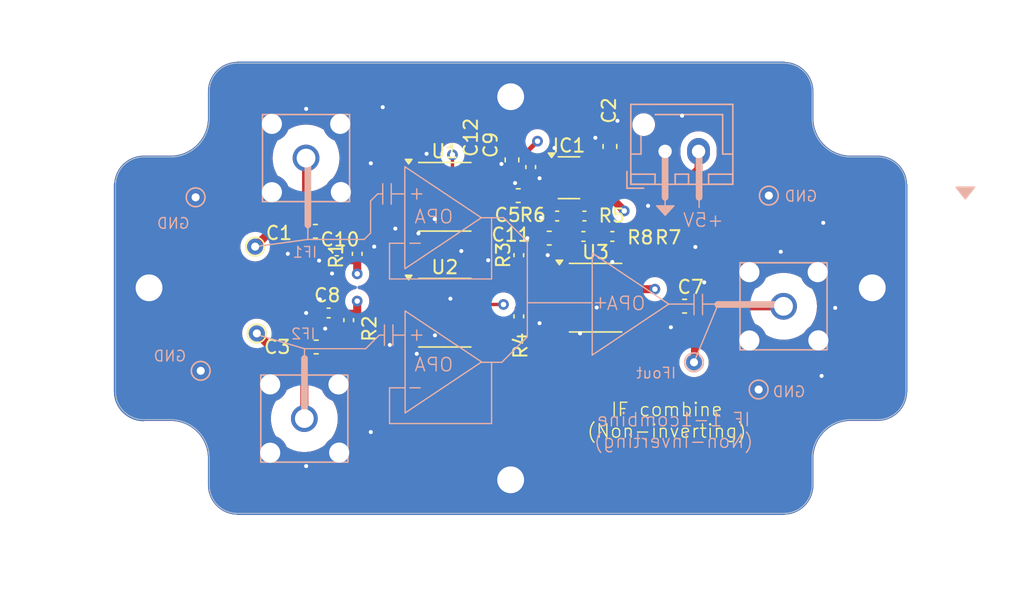
<source format=kicad_pcb>
(kicad_pcb (version 20240108) (generator "pcbnew") (generator_version "8.0")
  (layers (0 "F.Cu" signal) (1 "In1.Cu" signal) (2 "In2.Cu" signal) (31 "B.Cu" signal) (34 "B.Paste" user) (35 "F.Paste" user) (36 "B.SilkS" user "B.Silkscreen") (37 "F.SilkS" user "F.Silkscreen") (38 "B.Mask" user) (39 "F.Mask" user) (44 "Edge.Cuts" user))
  (net 0 "")
  (net 1 "Net-(U1-in+)")
  (net 2 "Net-(J1-Pin_1)")
  (net 3 "GND")
  (net 4 "/Vdd")
  (net 5 "Net-(J2-Pin_1)")
  (net 6 "Net-(U2-in+)")
  (net 7 "Net-(U1-Out)")
  (net 8 "Net-(C11-Pad2)")
  (net 9 "Net-(IC1-1IN+)")
  (net 10 "Net-(U2-Out)")
  (net 11 "Net-(U3-Out)")
  (net 12 "Net-(J4-Pin_1)")
  (net 13 "/Vcm_IF")
  (net 14 "Net-(U3-in-)")
  (net 15 "Net-(U3-in+)")
  (footprint "Package_TO_SOT_SMD:SOT-23-5" (layer "F.Cu") (at 141.541 101.661)
    (property "Reference" "IC1" (at 0 -2.4 0) (layer "F.SilkS"))
    (property "Value" "MIC7300")
    (pad "1" smd roundrect (at -1.1375 -0.95) (size 1.325 0.6) (layers "F.Cu" "F.Paste" "F.Mask") (net 13 "/Vcm_IF"))
    (pad "2" smd roundrect (at -1.1375 0) (size 1.325 0.6) (layers "F.Cu" "F.Paste" "F.Mask") (net 3 "GND"))
    (pad "3" smd roundrect (at -1.1375 0.95) (size 1.325 0.6) (layers "F.Cu" "F.Paste" "F.Mask") (net 9 "Net-(IC1-1IN+)"))
    (pad "4" smd roundrect (at 1.1375 0.95) (size 1.325 0.6) (layers "F.Cu" "F.Paste" "F.Mask") (net 13 "/Vcm_IF"))
    (pad "5" smd roundrect (at 1.1375 -0.95) (size 1.325 0.6) (layers "F.Cu" "F.Paste" "F.Mask") (net 4 "/Vdd"))
  )
  (footprint "Capacitor_SMD:C_0402_1005Metric" (layer "F.Cu") (at 142.692 104.521)
    (property "Reference" "R5" (at 2.0372 -0.0254 0) (layer "F.SilkS"))
    (property "Value" "33k")
    (pad "1" smd roundrect (at -0.48 0) (size 0.56 0.62) (layers "F.Cu" "F.Paste" "F.Mask") (net 9 "Net-(IC1-1IN+)"))
    (pad "2" smd roundrect (at 0.48 0) (size 0.56 0.62) (layers "F.Cu" "F.Paste" "F.Mask") (net 4 "/Vdd"))
  )
  (footprint "Capacitor_SMD:C_0402_1005Metric" (layer "F.Cu") (at 124.206 107.8484 180)
    (property "Reference" "C10" (at -0.2312 1.5748 180) (layer "F.SilkS"))
    (property "Value" "0.1uf")
    (pad "1" smd roundrect (at -0.48 0 180) (size 0.56 0.62) (layers "F.Cu" "F.Paste" "F.Mask") (net 13 "/Vcm_IF"))
    (pad "2" smd roundrect (at 0.48 0 180) (size 0.56 0.62) (layers "F.Cu" "F.Paste" "F.Mask") (net 3 "GND"))
  )
  (footprint "Capacitor_SMD:C_0603_1608Metric" (layer "F.Cu") (at 140.068 106.172)
    (property "Reference" "C11" (at -2.8572 -0.254 0) (layer "F.SilkS"))
    (property "Value" "4.7uf")
    (pad "1" smd roundrect (at -0.775 0) (size 0.9 0.95) (layers "F.Cu" "F.Paste" "F.Mask") (net 3 "GND"))
    (pad "2" smd roundrect (at 0.775 0) (size 0.9 0.95) (layers "F.Cu" "F.Paste" "F.Mask") (net 8 "Net-(C11-Pad2)"))
  )
  (footprint "Capacitor_SMD:C_0402_1005Metric" (layer "F.Cu") (at 137.795 112.014 -90)
    (property "Reference" "R4" (at 2.1844 -0.127 90) (layer "F.SilkS"))
    (property "Value" "1k")
    (pad "1" smd roundrect (at -0.48 0 270) (size 0.56 0.62) (layers "F.Cu" "F.Paste" "F.Mask") (net 15 "Net-(U3-in+)"))
    (pad "2" smd roundrect (at 0.48 0 270) (size 0.56 0.62) (layers "F.Cu" "F.Paste" "F.Mask") (net 10 "Net-(U2-Out)"))
  )
  (footprint "MUSIC_Lab:Outline_4x2_cavity_20231207" (layer "F.Cu") (at 136.674076 110.413484)
    (property "Reference" "outline2" (hide yes))
    (property "Value" "~" (hide yes))
    (fp_poly (pts (arc (start -21.986244 14.202216) (mid -21.371192 15.687144) (end -19.886244 16.302216)) (arc (start 20.914387 16.302216) (mid 22.399324 15.68717) (end 23.014387 14.202216)) (arc (start 23.014387 12.203216) (mid 23.863729 10.152283) (end 25.914387 9.302216)) (arc (start 27.915387 9.302216) (mid 29.39997 8.68711) (end 30.014387 7.202216)) (arc (start 30.014388 -8.197784) (mid 29.399949 -9.682638) (end 27.915388 -10.297784)) (arc (start 25.914388 -10.297784) (mid 23.863708 -11.147812) (end 23.014388 -13.198784)) (arc (start 23.014388 -15.197784) (mid 22.399302 -16.682699) (end 20.914387 -17.297784)) (arc (start -19.886244 -17.297784) (mid -21.371158 -16.682689) (end -21.986244 -15.197784)) (arc (start -21.986244 -13.198784) (mid -22.835563 -11.147802) (end -24.886244 -10.297784)) (arc (start -26.887013 -10.297784) (mid -28.335685 -9.718699) (end -28.986013 -8.300565)) (arc (start -28.986013 7.234397) (mid -28.360419 8.698421) (end -26.887244 9.302216)) (arc (start -24.886244 9.302216) (mid -22.835598 10.152257) (end -21.986244 12.203216))) (stroke (width 0.05)) (fill none) (layer "Edge.Cuts"))
    (pad "1" thru_hole circle (at -26.486013 -0.533084) (size 3 3) (drill 2) (layers "*.Cu" "*.Mask") (net 3 "GND"))
    (pad "1" thru_hole custom (at 0.514071 -14.799784) (size 2 2) (drill 2) (layers "*.Cu" "*.Mask") (net 3 "GND") (options (clearance outline) (anchor circle)) (primitives (gr_poly (pts (arc (start -2.42233 0.628074) (mid -2.955984 -0.183508) (end -3.874976 -0.498)) (xy -5.121028 -2.497999) (xy 5.178972 -2.497999) (arc (start 3.872467 -0.498) (mid 2.953456 -0.183533) (end 2.419822 0.628074)) (arc (start 2.419822 0.628074) (mid -0.001254 2.504864) (end -2.42233 0.628074))) (width 0.1) (fill yes)) (gr_arc (start 2.420292 0.62625) (mid 2.954234 -0.184066) (end 3.872467 -0.498) (width 0.25)) (gr_arc (start 2.420292 0.62625) (mid 0 2.499991) (end -2.420292 0.62625) (width 0.25)) (gr_arc (start -3.872466 -0.498) (mid -2.954197 -0.184112) (end -2.420291 0.62625) (width 0.25)) (gr_rect (start -20.400315 -2.498) (end 20.400291 -0.397974) (width 0.2) (fill yes)) (gr_poly (pts (arc (start 29.500317 6.602) (mid 28.885884 5.11714) (end 27.401317 4.502)) (arc (start 25.400317 4.502) (mid 23.349644 3.651966) (end 22.500317 1.601)) (arc (start 22.500317 -0.398) (mid 21.885238 -1.882922) (end 20.400316 -2.498)) (arc (start 19.000317 -0.498) (mid 20.060975 -0.058658) (end 20.500317 1.002)) (arc (start 20.500317 1.601) (mid 21.935308 5.066058) (end 25.399972 6.502)) (arc (start 26.000317 6.502) (mid 27.060975 6.941342) (end 27.500317 8.002))) (width 0.1) (fill yes)) (gr_poly (pts (arc (start -20.400315 -2.498) (mid -21.885175 -1.883567) (end -22.500315 -0.399)) (arc (start -22.500315 1.602) (mid -23.350349 3.652673) (end -25.401315 4.502)) (arc (start -27.400315 4.502) (mid -28.885237 5.117079) (end -29.500315 6.602001)) (arc (start -27.500315 8.002) (mid -27.060973 6.941342) (end -26.000315 6.502)) (arc (start -25.401315 6.502) (mid -21.936257 5.067009) (end -20.500315 1.602345)) (arc (start -20.500315 1.002) (mid -20.060973 -0.058658) (end -19.000315 -0.498))) (width 0.1) (fill yes)) (gr_arc (start 27.401317 4.502) (mid 28.885877 5.117142) (end 29.5003 6.602) (width 0.2)) (gr_arc (start 26.000317 6.502) (mid 27.060966 6.941346) (end 27.5003 8.002) (width 0.25)) (gr_arc (start 25.400317 4.502) (mid 23.349636 3.651969) (end 22.5003 1.601) (width 0.2)) (gr_arc (start 25.399972 6.502) (mid 21.9353 5.066061) (end 20.5003 1.601) (width 0.25)) (gr_arc (start 20.400316 -2.498) (mid 21.88523 -1.882919) (end 22.5003 -0.398) (width 0.2)) (gr_arc (start 19.000317 -0.498) (mid 20.060966 -0.058654) (end 20.5003 1.002) (width 0.25)) (gr_arc (start -20.500315 1.601) (mid -21.935325 5.066039) (end -25.39997 6.502) (width 0.25)) (gr_arc (start -20.500315 1.002) (mid -20.060991 -0.058676) (end -19.000315 -0.498) (width 0.25)) (gr_arc (start -22.500315 1.601) (mid -23.349661 3.651947) (end -25.400315 4.502) (width 0.2)) (gr_arc (start -22.500315 -0.398) (mid -21.885255 -1.88294) (end -20.400315 -2.498) (width 0.2)) (gr_arc (start -27.500084 8.002) (mid -27.060754 6.94133) (end -26.000084 6.502) (width 0.25)) (gr_arc (start -29.500084 6.499219) (mid -28.849768 5.081082) (end -27.401084 4.502) (width 0.2)) (gr_rect (start 27.401327 6.602) (end 29.500317 22.003011) (width 0.2) (fill yes)) (gr_poly (pts (arc (start 20.400316 31.102) (mid 21.885176 30.487567) (end 22.500316 29.003)) (arc (start 22.500316 27.002) (mid 23.35035 24.951327) (end 25.401316 24.102)) (arc (start 27.400316 24.102) (mid 28.885238 23.486921) (end 29.500316 22.001999)) (arc (start 27.500316 20.602) (mid 27.060974 21.662658) (end 26.000316 22.102)) (arc (start 25.401316 22.102) (mid 21.936258 23.536991) (end 20.500316 27.001655)) (arc (start 20.500316 27.602) (mid 20.060974 28.662658) (end 19.000316 29.102))) (width 0.1) (fill yes)) (gr_poly (pts (arc (start 26.374243 11.845624) (mid 27.185825 11.31197) (end 27.500317 10.392978)) (xy 29.500316 9.146926) (xy 29.500316 19.446926) (arc (start 27.500317 18.140421) (mid 27.18585 17.22141) (end 26.374243 16.687776)) (arc (start 26.374243 16.687776) (mid 24.497453 14.2667) (end 26.374243 11.845624))) (width 0.1) (fill yes)) (gr_arc (start 29.500316 22.002) (mid 28.885878 23.486853) (end 27.401316 24.101996) (width 0.2)) (gr_arc (start 27.500317 20.602) (mid 27.060968 21.66265) (end 26.000317 22.101997) (width 0.25)) (gr_arc (start 27.500317 10.392978) (mid 27.185833 11.311967) (end 26.374233 11.845584) (width 0.25)) (gr_arc (start 26.374243 16.687776) (mid 27.185802 17.221444) (end 27.500305 18.140421) (width 0.25)) (gr_arc (start 26.374243 16.687776) (mid 24.497451 14.2667) (end 26.374243 11.845624) (width 0.25)) (gr_arc (start 22.500316 29.002) (mid 21.885231 30.486914) (end 20.400316 31.101996) (width 0.2)) (gr_arc (start 22.500316 27.003) (mid 23.349637 24.952027) (end 25.400316 24.101996) (width 0.2)) (gr_arc (start 20.500316 27.602) (mid 20.060967 28.66265) (end 19.000316 29.101996) (width 0.25)) (gr_arc (start 20.500316 27.003) (mid 21.935301 23.537935) (end 25.399971 22.101996) (width 0.25)) (gr_rect (start -20.400083 29.002011) (end 20.400327 31.102) (width 0.2) (fill yes)) (gr_poly (pts (arc (start -29.500084 22.002) (mid -28.885651 23.48686) (end -27.401084 24.102)) (arc (start -25.400084 24.102) (mid -23.349411 24.952034) (end -22.500084 27.003)) (arc (start -22.500084 29.002) (mid -21.885005 30.486922) (end -20.400083 31.102)) (arc (start -19.000084 29.102) (mid -20.060742 28.662658) (end -20.500084 27.602)) (arc (start -20.500084 27.003) (mid -21.935075 23.537942) (end -25.399739 22.102)) (arc (start -26.000084 22.102) (mid -27.060742 21.662658) (end -27.500084 20.602))) (width 0.1) (fill yes)) (gr_poly (pts (arc (start 2.421814 27.975926) (mid 2.955468 28.787508) (end 3.87446 29.102)) (xy 5.120512 31.101999) (xy -5.179488 31.101999) (arc (start -3.872983 29.102) (mid -2.953972 28.787533) (end -2.420338 27.975926)) (arc (start -2.420338 27.975926) (mid 0.000738 26.099136) (end 2.421814 27.975926))) (width 0.1) (fill yes)) (gr_arc (start 3.872984 29.102) (mid 2.954435 28.787842) (end 2.420615 27.977) (width 0.25)) (gr_arc (start -2.420614 27.977) (mid 0.000001 26.101991) (end 2.420616 27.977) (width 0.25)) (gr_arc (start -2.420614 27.977) (mid -2.954428 28.787849) (end -3.872983 29.102001) (width 0.25)) (gr_arc (start -19.000315 29.102) (mid -20.06098 28.662665) (end -20.500315 27.602) (width 0.25)) (gr_arc (start -20.400315 31.102) (mid -21.885244 30.486929) (end -22.500315 29.002) (width 0.2)) (gr_arc (start -25.399971 22.102) (mid -21.935314 23.53795) (end -20.500315 27.003) (width 0.25)) (gr_arc (start -25.400315 24.102) (mid -23.34965 24.952042) (end -22.500315 27.003) (width 0.2)) (gr_arc (start -26.000084 22.102) (mid -27.060764 21.66268) (end -27.500084 20.602) (width 0.25)) (gr_arc (start -27.401315 24.102) (mid -28.874472 23.498206) (end -29.500084 22.034181) (width 0.25)) (gr_rect (start -29.500315 6.602001) (end -27.401269 22.002953) (width 0.2) (fill yes)) (gr_poly (pts (arc (start -26.37401 16.688513) (mid -27.185592 17.222167) (end -27.500084 18.141159)) (xy -29.500083 19.387211) (xy -29.500083 9.087211) (arc (start -27.500084 10.393716) (mid -27.185617 11.312727) (end -26.37401 11.846361)) (arc (start -26.37401 11.846361) (mid -24.49722 14.267437) (end -26.37401 16.688513))) (width 0.1) (fill yes)) (gr_arc (start -26.375084 11.846085) (mid -24.500135 14.2667) (end -26.375084 16.687315) (width 0.25)) (gr_arc (start -26.375084 11.846085) (mid -27.185936 11.312273) (end -27.500084 10.393716) (width 0.25)) (gr_arc (start -27.500084 18.139683) (mid -27.18594 17.221123) (end -26.375084 16.687313) (width 0.25)) (gr_line (start 29.500317 6.602) (end 29.500316 22.002) (width 0.25)) (gr_line (start 27.500317 18.140421) (end 27.500317 20.602) (width 0.25)) (gr_line (start 27.500317 8.002) (end 27.500317 10.392978) (width 0.25)) (gr_line (start 25.400317 4.502) (end 27.401317 4.502) (width 0.2)) (gr_line (start 25.400316 24.102) (end 27.401316 24.102) (width 0.2)) (gr_line (start 25.399972 6.502) (end 26.000317 6.502) (width 0.25)) (gr_line (start 25.399971 22.102) (end 26.000317 22.102) (width 0.25)) (gr_line (start 22.500317 -0.398) (end 22.500317 1.601) (width 0.2)) (gr_line (start 22.500316 29.002) (end 22.500316 27.003) (width 0.2)) (gr_line (start 20.500317 1.002) (end 20.500317 1.601) (width 0.25)) (gr_line (start 20.500316 27.602) (end 20.500316 27.003) (width 0.25)) (gr_line (start 20.400316 31.102) (end -20.400315 31.102) (width 0.25)) (gr_line (start 19.000316 29.102) (end 3.872984 29.102) (width 0.25)) (gr_line (start 3.872467 -0.498) (end 19.000317 -0.498) (width 0.25)) (gr_line (start -3.872983 29.102) (end -19.000315 29.102) (width 0.25)) (gr_line (start -19.000315 -0.498) (end -3.872466 -0.498) (width 0.25)) (gr_line (start -20.400315 -2.498) (end 20.400316 -2.498) (width 0.25)) (gr_line (start -20.400315 -2.498) (end 20.400316 -2.498) (width 0.2)) (gr_line (start -20.500315 27.602) (end -20.500315 27.003) (width 0.25)) (gr_line (start -20.500315 1.002) (end -20.500315 1.601) (width 0.25)) (gr_line (start -22.500315 29.002) (end -22.500315 27.003) (width 0.2)) (gr_line (start -22.500315 -0.398) (end -22.500315 1.601) (width 0.2)) (gr_line (start -25.39997 6.502) (end -26.000084 6.502) (width 0.25)) (gr_line (start -25.399971 22.102) (end -26.000084 22.102) (width 0.25)) (gr_line (start -25.400315 24.102) (end -27.401315 24.102) (width 0.2)) (gr_line (start -25.400315 4.502) (end -27.401084 4.502) (width 0.2)) (gr_line (start -27.500084 20.602) (end -27.500084 18.139683) (width 0.25)) (gr_line (start -27.500084 10.393716) (end -27.500084 8.002) (width 0.25)) (gr_line (start -29.500084 22.034181) (end -29.500084 6.499219) (width 0.25))))
    (pad "1" thru_hole circle (at 0.514071 13.802204) (size 3 3) (drill 2) (layers "*.Cu" "*.Mask") (net 3 "GND"))
    (pad "1" thru_hole circle (at 27.511524 -0.533084) (size 3 3) (drill 2) (layers "*.Cu" "*.Mask") (net 3 "GND"))
  )
  (footprint "Capacitor_SMD:C_0603_1608Metric" (layer "F.Cu") (at 150.172 111.252)
    (property "Reference" "C7" (at 0.45 -1.43 0) (layer "F.SilkS"))
    (property "Value" "4.7uf")
    (pad "1" smd roundrect (at -0.775 0) (size 0.9 0.95) (layers "F.Cu" "F.Paste" "F.Mask") (net 11 "Net-(U3-Out)"))
    (pad "2" smd roundrect (at 0.775 0) (size 0.9 0.95) (layers "F.Cu" "F.Paste" "F.Mask") (net 12 "Net-(J4-Pin_1)"))
  )
  (footprint "Capacitor_SMD:C_0603_1608Metric" (layer "F.Cu") (at 137.752 102.997 180)
    (property "Reference" "C5" (at 0.7952 -1.4478 180) (layer "F.SilkS"))
    (property "Value" "1uf")
    (pad "1" smd roundrect (at -0.775 0 180) (size 0.9 0.95) (layers "F.Cu" "F.Paste" "F.Mask") (net 9 "Net-(IC1-1IN+)"))
    (pad "2" smd roundrect (at 0.775 0 180) (size 0.9 0.95) (layers "F.Cu" "F.Paste" "F.Mask") (net 3 "GND"))
  )
  (footprint "Capacitor_SMD:C_0402_1005Metric" (layer "F.Cu") (at 138.684 100.866 -90)
    (property "Reference" "C9" (at -1.6536 2.9972 90) (layer "F.SilkS"))
    (property "Value" "0.1uf")
    (pad "1" smd roundrect (at -0.48 0 270) (size 0.56 0.62) (layers "F.Cu" "F.Paste" "F.Mask") (net 13 "/Vcm_IF"))
    (pad "2" smd roundrect (at 0.48 0 270) (size 0.56 0.62) (layers "F.Cu" "F.Paste" "F.Mask") (net 3 "GND"))
  )
  (footprint "Capacitor_SMD:C_0603_1608Metric" (layer "F.Cu") (at 137.287 100.33 -90)
    (property "Reference" "C12" (at -1.6764 3.0734 90) (layer "F.SilkS"))
    (property "Value" "1uf")
    (pad "1" smd roundrect (at -0.775 0 270) (size 0.9 0.95) (layers "F.Cu" "F.Paste" "F.Mask") (net 13 "/Vcm_IF"))
    (pad "2" smd roundrect (at 0.775 0 270) (size 0.9 0.95) (layers "F.Cu" "F.Paste" "F.Mask") (net 3 "GND"))
  )
  (footprint "Capacitor_SMD:C_0603_1608Metric" (layer "F.Cu") (at 144.597 99.327 90)
    (property "Reference" "C2" (at 2.68 -0.071 -90) (layer "F.SilkS"))
    (property "Value" "4.7uf")
    (pad "1" smd roundrect (at -0.775 0 90) (size 0.9 0.95) (layers "F.Cu" "F.Paste" "F.Mask") (net 4 "/Vdd"))
    (pad "2" smd roundrect (at 0.775 0 90) (size 0.9 0.95) (layers "F.Cu" "F.Paste" "F.Mask") (net 3 "GND"))
  )
  (footprint "Package_SO:SOIC-8_3.9x4.9mm_P1.27mm" (layer "F.Cu") (at 132.269 103.085)
    (property "Reference" "U1" (at 0 -3.4 0) (layer "F.SilkS"))
    (property "Value" "~")
    (pad "1" smd roundrect (at -2.475 -1.905) (size 1.95 0.6) (layers "F.Cu" "F.Paste" "F.Mask"))
    (pad "2" smd roundrect (at -2.475 -0.635) (size 1.95 0.6) (layers "F.Cu" "F.Paste" "F.Mask") (net 7 "Net-(U1-Out)"))
    (pad "3" smd roundrect (at -2.475 0.635) (size 1.95 0.6) (layers "F.Cu" "F.Paste" "F.Mask") (net 1 "Net-(U1-in+)"))
    (pad "4" smd roundrect (at -2.475 1.905) (size 1.95 0.6) (layers "F.Cu" "F.Paste" "F.Mask") (net 3 "GND"))
    (pad "5" smd roundrect (at 2.475 1.905) (size 1.95 0.6) (layers "F.Cu" "F.Paste" "F.Mask"))
    (pad "6" smd roundrect (at 2.475 0.635) (size 1.95 0.6) (layers "F.Cu" "F.Paste" "F.Mask") (net 7 "Net-(U1-Out)"))
    (pad "7" smd roundrect (at 2.475 -0.635) (size 1.95 0.6) (layers "F.Cu" "F.Paste" "F.Mask") (net 4 "/Vdd"))
    (pad "8" smd roundrect (at 2.475 -1.905) (size 1.95 0.6) (layers "F.Cu" "F.Paste" "F.Mask"))
  )
  (footprint "Package_SO:SOIC-8_3.9x4.9mm_P1.27mm" (layer "F.Cu") (at 143.525 110.617)
    (property "Reference" "U3" (at 0 -3.4 0) (layer "F.SilkS"))
    (property "Value" "~")
    (pad "1" smd roundrect (at -2.475 -1.905) (size 1.95 0.6) (layers "F.Cu" "F.Paste" "F.Mask"))
    (pad "2" smd roundrect (at -2.475 -0.635) (size 1.95 0.6) (layers "F.Cu" "F.Paste" "F.Mask") (net 14 "Net-(U3-in-)"))
    (pad "3" smd roundrect (at -2.475 0.635) (size 1.95 0.6) (layers "F.Cu" "F.Paste" "F.Mask") (net 15 "Net-(U3-in+)"))
    (pad "4" smd roundrect (at -2.475 1.905) (size 1.95 0.6) (layers "F.Cu" "F.Paste" "F.Mask") (net 3 "GND"))
    (pad "5" smd roundrect (at 2.475 1.905) (size 1.95 0.6) (layers "F.Cu" "F.Paste" "F.Mask"))
    (pad "6" smd roundrect (at 2.475 0.635) (size 1.95 0.6) (layers "F.Cu" "F.Paste" "F.Mask") (net 11 "Net-(U3-Out)"))
    (pad "7" smd roundrect (at 2.475 -0.635) (size 1.95 0.6) (layers "F.Cu" "F.Paste" "F.Mask") (net 4 "/Vdd"))
    (pad "8" smd roundrect (at 2.475 -1.905) (size 1.95 0.6) (layers "F.Cu" "F.Paste" "F.Mask"))
  )
  (footprint "Package_SO:SOIC-8_3.9x4.9mm_P1.27mm" (layer "F.Cu") (at 132.269 111.74)
    (property "Reference" "U2" (at 0 -3.4 0) (layer "F.SilkS"))
    (property "Value" "~")
    (pad "1" smd roundrect (at -2.475 -1.905) (size 1.95 0.6) (layers "F.Cu" "F.Paste" "F.Mask"))
    (pad "2" smd roundrect (at -2.475 -0.635) (size 1.95 0.6) (layers "F.Cu" "F.Paste" "F.Mask") (net 10 "Net-(U2-Out)"))
    (pad "3" smd roundrect (at -2.475 0.635) (size 1.95 0.6) (layers "F.Cu" "F.Paste" "F.Mask") (net 6 "Net-(U2-in+)"))
    (pad "4" smd roundrect (at -2.475 1.905) (size 1.95 0.6) (layers "F.Cu" "F.Paste" "F.Mask") (net 3 "GND"))
    (pad "5" smd roundrect (at 2.475 1.905) (size 1.95 0.6) (layers "F.Cu" "F.Paste" "F.Mask"))
    (pad "6" smd roundrect (at 2.475 0.635) (size 1.95 0.6) (layers "F.Cu" "F.Paste" "F.Mask") (net 10 "Net-(U2-Out)"))
    (pad "7" smd roundrect (at 2.475 -0.635) (size 1.95 0.6) (layers "F.Cu" "F.Paste" "F.Mask") (net 4 "/Vdd"))
    (pad "8" smd roundrect (at 2.475 -1.905) (size 1.95 0.6) (layers "F.Cu" "F.Paste" "F.Mask"))
  )
  (footprint "MUSIC_Lab:TestPoint_Plated_Hole_D0.6mm" (layer "F.Cu") (at 118.237 113.284)
    (property "Reference" "TP2" (hide yes))
    (property "Value" "TestPoint")
    (pad "1" thru_hole circle (at 0 0) (size 1.2 1.2) (drill 0.6) (layers "*.Cu" "*.Mask") (net 5 "Net-(J2-Pin_1)"))
  )
  (footprint "Capacitor_SMD:C_0603_1608Metric" (layer "F.Cu") (at 122.61 105.664)
    (property "Reference" "C1" (at -2.722 0.127 0) (layer "F.SilkS"))
    (property "Value" "4.7uf")
    (pad "1" smd roundrect (at -0.775 0) (size 0.9 0.95) (layers "F.Cu" "F.Paste" "F.Mask") (net 2 "Net-(J1-Pin_1)"))
    (pad "2" smd roundrect (at 0.775 0) (size 0.9 0.95) (layers "F.Cu" "F.Paste" "F.Mask") (net 1 "Net-(U1-in+)"))
  )
  (footprint "Capacitor_SMD:C_0402_1005Metric" (layer "F.Cu") (at 142.621 106.045 180)
    (property "Reference" "R8" (at -4.2418 -0.0762 180) (layer "F.SilkS"))
    (property "Value" "1k")
    (pad "1" smd roundrect (at -0.48 0 180) (size 0.56 0.62) (layers "F.Cu" "F.Paste" "F.Mask") (net 14 "Net-(U3-in-)"))
    (pad "2" smd roundrect (at 0.48 0 180) (size 0.56 0.62) (layers "F.Cu" "F.Paste" "F.Mask") (net 8 "Net-(C11-Pad2)"))
  )
  (footprint "Capacitor_SMD:C_0402_1005Metric" (layer "F.Cu") (at 125.73 107.3404 90)
    (property "Reference" "R1" (at -0.1296 -1.5744 -90) (layer "F.SilkS"))
    (property "Value" "1k")
    (pad "1" smd roundrect (at -0.48 0 90) (size 0.56 0.62) (layers "F.Cu" "F.Paste" "F.Mask") (net 13 "/Vcm_IF"))
    (pad "2" smd roundrect (at 0.48 0 90) (size 0.56 0.62) (layers "F.Cu" "F.Paste" "F.Mask") (net 1 "Net-(U1-in+)"))
  )
  (footprint "Capacitor_SMD:C_0402_1005Metric" (layer "F.Cu") (at 144.78 106.045 180)
    (property "Reference" "R7" (at -4.1656 -0.0762 180) (layer "F.SilkS"))
    (property "Value" "1k")
    (pad "1" smd roundrect (at -0.48 0 180) (size 0.56 0.62) (layers "F.Cu" "F.Paste" "F.Mask") (net 11 "Net-(U3-Out)"))
    (pad "2" smd roundrect (at 0.48 0 180) (size 0.56 0.62) (layers "F.Cu" "F.Paste" "F.Mask") (net 14 "Net-(U3-in-)"))
  )
  (footprint "Capacitor_SMD:C_0402_1005Metric" (layer "F.Cu") (at 137.795 107.442 90)
    (property "Reference" "R3" (at 0 -1.16 -90) (layer "F.SilkS"))
    (property "Value" "1k")
    (pad "1" smd roundrect (at -0.48 0 90) (size 0.56 0.62) (layers "F.Cu" "F.Paste" "F.Mask") (net 15 "Net-(U3-in+)"))
    (pad "2" smd roundrect (at 0.48 0 90) (size 0.56 0.62) (layers "F.Cu" "F.Paste" "F.Mask") (net 7 "Net-(U1-Out)"))
  )
  (footprint "Capacitor_SMD:C_0603_1608Metric" (layer "F.Cu") (at 122.669 114.3)
    (property "Reference" "C3" (at -2.908 0 0) (layer "F.SilkS"))
    (property "Value" "4.7uf")
    (pad "1" smd roundrect (at -0.775 0) (size 0.9 0.95) (layers "F.Cu" "F.Paste" "F.Mask") (net 5 "Net-(J2-Pin_1)"))
    (pad "2" smd roundrect (at 0.775 0) (size 0.9 0.95) (layers "F.Cu" "F.Paste" "F.Mask") (net 6 "Net-(U2-in+)"))
  )
  (footprint "Capacitor_SMD:C_0402_1005Metric" (layer "F.Cu") (at 140.66 104.521)
    (property "Reference" "R6" (at -1.8236 -0.0762 0) (layer "F.SilkS"))
    (property "Value" "33k")
    (pad "1" smd roundrect (at -0.48 0) (size 0.56 0.62) (layers "F.Cu" "F.Paste" "F.Mask") (net 3 "GND"))
    (pad "2" smd roundrect (at 0.48 0) (size 0.56 0.62) (layers "F.Cu" "F.Paste" "F.Mask") (net 9 "Net-(IC1-1IN+)"))
  )
  (footprint "Capacitor_SMD:C_0402_1005Metric" (layer "F.Cu") (at 125.095 112.296 -90)
    (property "Reference" "R2" (at 0.6324 -1.5494 90) (layer "F.SilkS"))
    (property "Value" "1k")
    (pad "1" smd roundrect (at -0.48 0 270) (size 0.56 0.62) (layers "F.Cu" "F.Paste" "F.Mask") (net 13 "/Vcm_IF"))
    (pad "2" smd roundrect (at 0.48 0 270) (size 0.56 0.62) (layers "F.Cu" "F.Paste" "F.Mask") (net 6 "Net-(U2-in+)"))
  )
  (footprint "MUSIC_Lab:TestPoint_Plated_Hole_D0.6mm" (layer "F.Cu") (at 118.11 106.807)
    (property "Reference" "TP1" (hide yes))
    (property "Value" "TestPoint")
    (pad "1" thru_hole circle (at 0 0) (size 1.2 1.2) (drill 0.6) (layers "*.Cu" "*.Mask") (net 2 "Net-(J1-Pin_1)"))
  )
  (footprint "Capacitor_SMD:C_0402_1005Metric" (layer "F.Cu") (at 123.599 111.76 180)
    (property "Reference" "C8" (at 0.1042 1.3208 180) (layer "F.SilkS"))
    (property "Value" "0.1uf")
    (pad "1" smd roundrect (at -0.48 0 180) (size 0.56 0.62) (layers "F.Cu" "F.Paste" "F.Mask") (net 13 "/Vcm_IF"))
    (pad "2" smd roundrect (at 0.48 0 180) (size 0.56 0.62) (layers "F.Cu" "F.Paste" "F.Mask") (net 3 "GND"))
  )
  (footprint "MUSIC_Lab:TestPoint_Plated_Hole_D0.6mm" (layer "B.Cu") (at 156.464 102.997 180)
    (property "Reference" "TP7" (hide yes))
    (property "Value" "TestPoint")
    (pad "1" thru_hole circle (at 0 0 180) (size 1.2 1.2) (drill 0.6) (layers "*.Cu" "*.Mask") (net 3 "GND"))
  )
  (footprint "MUSIC_Lab:SMA_KHD_Back" (layer "B.Cu") (at 121.783 119.644 180)
    (property "Reference" "J2" (hide yes))
    (property "Value" "Conn_01x02_Pin")
    (pad "1" thru_hole circle (at 0 0 180) (size 2 2) (drill 1.4) (layers "*.Cu" "*.Mask") (net 5 "Net-(J2-Pin_1)"))
    (pad "2" thru_hole circle (at -2.6 -2.54 180) (size 2.4 2.4) (drill 1.5) (layers "*.Cu" "*.Mask") (net 3 "GND"))
    (pad "2" thru_hole circle (at -2.55 2.55 180) (size 2.6 2.6) (drill 1.5) (layers "*.Cu" "*.Mask") (net 3 "GND"))
    (pad "2" thru_hole circle (at 2.55 -2.55 180) (size 2.6 2.6) (drill 1.5) (layers "*.Cu" "*.Mask") (net 3 "GND"))
    (pad "2" thru_hole circle (at 2.55 2.55 180) (size 2.6 2.6) (drill 1.5) (layers "*.Cu" "*.Mask") (net 3 "GND"))
    (zone (net 0) (net_name "") (layers "*.Cu") (connect_pads (clearance 0)) (min_thickness 0.25)
      (keepout (tracks allowed) (vias allowed) (pads allowed) (copperpour not_allowed) (footprints allowed))
      (fill (thermal_gap 0.5) (thermal_bridge_width 0.5))
      (polygon (pts (xy 119.283 119.644) (xy 119.302713 119.330667) (xy 119.361542 119.022275) (xy 119.458559 118.723689) (xy 119.592233 118.439616) (xy 119.760458 118.174537) (xy 119.960578 117.932632) (xy 120.18944 117.717717) (xy 120.443433 117.53318) (xy 120.718552 117.381932) (xy 121.010458 117.266359) (xy 121.314547 117.188282) (xy 121.626024 117.148933) (xy 121.939976 117.148933) (xy 122.251453 117.188282) (xy 122.555542 117.266359) (xy 122.847448 117.381932) (xy 123.122567 117.53318) (xy 123.37656 117.717717) (xy 123.605422 117.932632) (xy 123.805542 118.174537) (xy 123.973767 118.439616) (xy 124.107441 118.723689) (xy 124.204458 119.022275) (xy 124.263287 119.330667) (xy 124.283 119.644) (xy 124.263287 119.957333) (xy 124.204458 120.265725) (xy 124.107441 120.564311) (xy 123.973767 120.848384) (xy 123.805542 121.113463) (xy 123.605422 121.355368) (xy 123.37656 121.570283) (xy 123.122567 121.75482) (xy 122.847448 121.906068) (xy 122.555542 122.021641) (xy 122.251453 122.099718) (xy 121.939976 122.139067) (xy 121.626024 122.139067) (xy 121.314547 122.099718) (xy 121.010458 122.021641) (xy 120.718552 121.906068) (xy 120.443433 121.75482) (xy 120.18944 121.570283) (xy 119.960578 121.355368) (xy 119.760458 121.113463) (xy 119.592233 120.848384) (xy 119.458559 120.564311) (xy 119.361542 120.265725) (xy 119.302713 119.957333)))
    )
  )
  (footprint "MUSIC_Lab:TestPoint_Plated_Hole_D0.6mm" (layer "B.Cu") (at 155.702 117.475 180)
    (property "Reference" "TP4" (hide yes))
    (property "Value" "TestPoint")
    (pad "1" thru_hole circle (at 0 0 180) (size 1.2 1.2) (drill 0.6) (layers "*.Cu" "*.Mask") (net 3 "GND"))
  )
  (footprint "MUSIC_Lab:SMA_KHD_Back" (layer "B.Cu") (at 121.91 100.193 180)
    (property "Reference" "J1" (hide yes))
    (property "Value" "Conn_01x02_Pin")
    (pad "1" thru_hole circle (at 0 0 180) (size 2 2) (drill 1.4) (layers "*.Cu" "*.Mask") (net 2 "Net-(J1-Pin_1)"))
    (pad "2" thru_hole circle (at -2.6 -2.54 180) (size 2.4 2.4) (drill 1.5) (layers "*.Cu" "*.Mask") (net 3 "GND"))
    (pad "2" thru_hole circle (at -2.55 2.55 180) (size 2.6 2.6) (drill 1.5) (layers "*.Cu" "*.Mask") (net 3 "GND"))
    (pad "2" thru_hole circle (at 2.55 -2.55 180) (size 2.6 2.6) (drill 1.5) (layers "*.Cu" "*.Mask") (net 3 "GND"))
    (pad "2" thru_hole circle (at 2.55 2.55 180) (size 2.6 2.6) (drill 1.5) (layers "*.Cu" "*.Mask") (net 3 "GND"))
    (zone (net 0) (net_name "") (layers "*.Cu") (connect_pads (clearance 0)) (min_thickness 0.25)
      (keepout (tracks allowed) (vias allowed) (pads allowed) (copperpour not_allowed) (footprints allowed))
      (fill (thermal_gap 0.5) (thermal_bridge_width 0.5))
      (polygon (pts (xy 119.41 100.193) (xy 119.429713 99.879667) (xy 119.488542 99.571275) (xy 119.585559 99.272689) (xy 119.719233 98.988616) (xy 119.887458 98.723537) (xy 120.087578 98.481632) (xy 120.31644 98.266717) (xy 120.570433 98.08218) (xy 120.845552 97.930932) (xy 121.137458 97.815359) (xy 121.441547 97.737282) (xy 121.753024 97.697933) (xy 122.066976 97.697933) (xy 122.378453 97.737282) (xy 122.682542 97.815359) (xy 122.974448 97.930932) (xy 123.249567 98.08218) (xy 123.50356 98.266717) (xy 123.732422 98.481632) (xy 123.932542 98.723537) (xy 124.100767 98.988616) (xy 124.234441 99.272689) (xy 124.331458 99.571275) (xy 124.390287 99.879667) (xy 124.41 100.193) (xy 124.390287 100.506333) (xy 124.331458 100.814725) (xy 124.234441 101.113311) (xy 124.100767 101.397384) (xy 123.932542 101.662463) (xy 123.732422 101.904368) (xy 123.50356 102.119283) (xy 123.249567 102.30382) (xy 122.974448 102.455068) (xy 122.682542 102.570641) (xy 122.378453 102.648718) (xy 122.066976 102.688067) (xy 121.753024 102.688067) (xy 121.441547 102.648718) (xy 121.137458 102.570641) (xy 120.845552 102.455068) (xy 120.570433 102.30382) (xy 120.31644 102.119283) (xy 120.087578 101.904368) (xy 119.887458 101.662463) (xy 119.719233 101.397384) (xy 119.585559 101.113311) (xy 119.488542 100.814725) (xy 119.429713 100.506333)))
    )
  )
  (footprint "MUSIC_Lab:TestPoint_Plated_Hole_D0.6mm" (layer "B.Cu") (at 150.876 115.443 180)
    (property "Reference" "TP3" (hide yes))
    (property "Value" "TestPoint")
    (pad "1" thru_hole circle (at 0 0 180) (size 1.2 1.2) (drill 0.6) (layers "*.Cu" "*.Mask") (net 12 "Net-(J4-Pin_1)"))
  )
  (footprint "Connector_JST:JST_XH_B2B-XH-AM_1x02_P2.50mm_Vertical" (layer "B.Cu") (at 148.717 99.695)
    (property "Reference" "J3" (hide yes))
    (property "Value" "Conn_01x02_Pin")
    (pad "" np_thru_hole circle (at -1.6 -2) (size 1.2 1.2) (drill 1.2) (layers "*.Cu" "*.Mask"))
    (pad "1" thru_hole roundrect (at 0 0) (size 1.7 2) (drill 1) (layers "*.Cu" "*.Mask") (roundrect_rratio 0.147059) (net 3 "GND"))
    (pad "2" thru_hole oval (at 2.5 0) (size 1.7 2) (drill 1) (layers "*.Cu" "*.Mask") (net 4 "/Vdd"))
  )
  (footprint "MUSIC_Lab:TestPoint_Plated_Hole_D0.6mm" (layer "B.Cu") (at 114.046 116.078 180)
    (property "Reference" "TP6" (hide yes))
    (property "Value" "TestPoint")
    (pad "1" thru_hole circle (at 0 0 180) (size 1.2 1.2) (drill 0.6) (layers "*.Cu" "*.Mask") (net 3 "GND"))
  )
  (footprint "MUSIC_Lab:SMA_KHD_Back" (layer "B.Cu") (at 157.561 111.262 180)
    (property "Reference" "J4" (hide yes))
    (property "Value" "Conn_01x02_Pin")
    (pad "1" thru_hole circle (at 0 0 180) (size 2 2) (drill 1.4) (layers "*.Cu" "*.Mask") (net 12 "Net-(J4-Pin_1)"))
    (pad "2" thru_hole circle (at -2.6 -2.54 180) (size 2.4 2.4) (drill 1.5) (layers "*.Cu" "*.Mask") (net 3 "GND"))
    (pad "2" thru_hole circle (at -2.55 2.55 180) (size 2.6 2.6) (drill 1.5) (layers "*.Cu" "*.Mask") (net 3 "GND"))
    (pad "2" thru_hole circle (at 2.55 -2.55 180) (size 2.6 2.6) (drill 1.5) (layers "*.Cu" "*.Mask") (net 3 "GND"))
    (pad "2" thru_hole circle (at 2.55 2.55 180) (size 2.6 2.6) (drill 1.5) (layers "*.Cu" "*.Mask") (net 3 "GND"))
    (zone (net 0) (net_name "") (layers "*.Cu") (connect_pads (clearance 0)) (min_thickness 0.25)
      (keepout (tracks allowed) (vias allowed) (pads allowed) (copperpour not_allowed) (footprints allowed))
      (fill (thermal_gap 0.5) (thermal_bridge_width 0.5))
      (polygon (pts (xy 155.061 111.262) (xy 155.080713 110.948667) (xy 155.139542 110.640275) (xy 155.236559 110.341689) (xy 155.370233 110.057616) (xy 155.538458 109.792537) (xy 155.738578 109.550632) (xy 155.96744 109.335717) (xy 156.221433 109.15118) (xy 156.496552 108.999932) (xy 156.788458 108.884359) (xy 157.092547 108.806282) (xy 157.404024 108.766933) (xy 157.717976 108.766933) (xy 158.029453 108.806282) (xy 158.333542 108.884359) (xy 158.625448 108.999932) (xy 158.900567 109.15118) (xy 159.15456 109.335717) (xy 159.383422 109.550632) (xy 159.583542 109.792537) (xy 159.751767 110.057616) (xy 159.885441 110.341689) (xy 159.982458 110.640275) (xy 160.041287 110.948667) (xy 160.061 111.262) (xy 160.041287 111.575333) (xy 159.982458 111.883725) (xy 159.885441 112.182311) (xy 159.751767 112.466384) (xy 159.583542 112.731463) (xy 159.383422 112.973368) (xy 159.15456 113.188283) (xy 158.900567 113.37282) (xy 158.625448 113.524068) (xy 158.333542 113.639641) (xy 158.029453 113.717718) (xy 157.717976 113.757067) (xy 157.404024 113.757067) (xy 157.092547 113.717718) (xy 156.788458 113.639641) (xy 156.496552 113.524068) (xy 156.221433 113.37282) (xy 155.96744 113.188283) (xy 155.738578 112.973368) (xy 155.538458 112.731463) (xy 155.370233 112.466384) (xy 155.236559 112.182311) (xy 155.139542 111.883725) (xy 155.080713 111.575333)))
    )
  )
  (footprint "MUSIC_Lab:TestPoint_Plated_Hole_D0.6mm" (layer "B.Cu") (at 113.665 103.124 180)
    (property "Reference" "TP5" (hide yes))
    (property "Value" "TestPoint")
    (pad "1" thru_hole circle (at 0 0 180) (size 1.2 1.2) (drill 0.6) (layers "*.Cu" "*.Mask") (net 3 "GND"))
  )
  (gr_line (start 122.047 106.26725) (end 122.047 104.10825) (stroke (width 0.1)) (layer "B.SilkS"))
  (gr_line (start 130.175 113.03) (end 130.175 113.792) (stroke (width 0.1)) (layer "B.SilkS"))
  (gr_line (start 148.717 102.362) (end 148.717 103.886) (stroke (width 0.1)) (layer "B.SilkS"))
  (gr_line (start 127.254 102.87) (end 126.742705 103.381295) (stroke (width 0.1)) (layer "B.SilkS"))
  (gr_line (start 150.876 110.363) (end 150.876 111.887) (stroke (width 0.1)) (layer "B.SilkS"))
  (gr_poly (pts (xy 143.275538 114.905692) (xy 143.275538 107.285692) (xy 148.990538 111.095692)) (stroke (width 0.1)) (fill none) (layer "B.SilkS"))
  (gr_line (start 121.793 114.427) (end 118.364 113.411) (stroke (width 0.1)) (layer "B.SilkS"))
  (gr_line (start 126.727938 105.791) (end 126.727938 103.378) (stroke (width 0.1)) (layer "B.SilkS"))
  (gr_line (start 128.397 113.411) (end 129.286 113.411) (stroke (width 0.1)) (layer "B.SilkS"))
  (gr_line (start 127.762 112.649) (end 127.762 114.173) (stroke (width 0.1)) (layer "B.SilkS"))
  (gr_line (start 128.143 106.553) (end 128.143 109.22) (stroke (width 0.1)) (layer "B.SilkS"))
  (gr_line (start 128.143 109.22) (end 135.763 109.22) (stroke (width 0.1)) (layer "B.SilkS"))
  (gr_line (start 152.5905 111.3155) (end 150.876 115.443) (stroke (width 0.1)) (layer "B.SilkS"))
  (gr_line (start 130.175 102.489) (end 130.175 103.251) (stroke (width 0.1)) (layer "B.SilkS"))
  (gr_line (start 135.763 120.015) (end 135.763 115.443) (stroke (width 0.1)) (layer "B.SilkS"))
  (gr_line (start 122.047 100.33) (end 122.047 105.18775) (stroke (width 0.5)) (layer "B.SilkS"))
  (gr_poly (pts (xy 129.286 108.458) (xy 129.286 100.838) (xy 135.001 104.648)) (stroke (width 0.1)) (fill none) (layer "B.SilkS"))
  (gr_line (start 144.272 110.998) (end 143.51 110.998) (stroke (width 0.1)) (layer "B.SilkS"))
  (gr_line (start 157.51175 111.125) (end 152.654 111.125) (stroke (width 0.5)) (layer "B.SilkS"))
  (gr_line (start 148.717 99.695) (end 148.717 103.124) (stroke (width 0.5)) (layer "B.SilkS"))
  (gr_line (start 130.429 106.553) (end 129.667 106.553) (stroke (width 0.1)) (layer "B.SilkS"))
  (gr_poly (pts (xy 171.831 102.362) (xy 170.434 102.362) (xy 171.1325 103.251)) (stroke (width 0.1)) (fill solid) (layer "B.SilkS"))
  (gr_line (start 122.047 106.26725) (end 118.11 106.807) (stroke (width 0.1)) (layer "B.SilkS"))
  (gr_line (start 128.143 117.348) (end 128.143 120.015) (stroke (width 0.1)) (layer "B.SilkS"))
  (gr_line (start 126.365 114.427) (end 121.793 114.427) (stroke (width 0.1)) (layer "B.SilkS"))
  (gr_line (start 127.635 102.87) (end 127.254 102.87) (stroke (width 0.1)) (layer "B.SilkS"))
  (gr_line (start 129.286 117.348) (end 128.143 117.348) (stroke (width 0.1)) (layer "B.SilkS"))
  (gr_line (start 126.234668 106.28427) (end 126.727938 105.791) (stroke (width 0.1)) (layer "B.SilkS"))
  (gr_line (start 151.257 102.362) (end 151.257 103.886) (stroke (width 0.1)) (layer "B.SilkS"))
  (gr_poly (pts (xy 149.379215 103.759) (xy 148.082 103.759) (xy 148.726618 104.467118)) (stroke (width 0.1)) (fill solid) (layer "B.SilkS"))
  (gr_line (start 128.27 102.87) (end 129.286 102.87) (stroke (width 0.1)) (layer "B.SilkS"))
  (gr_line (start 128.27 102.108) (end 128.27 103.632) (stroke (width 0.1)) (layer "B.SilkS"))
  (gr_line (start 122.047 106.26725) (end 126.238 106.26725) (stroke (width 0.1)) (layer "B.SilkS"))
  (gr_line (start 130.429 117.348) (end 129.667 117.348) (stroke (width 0.1)) (layer "B.SilkS"))
  (gr_line (start 127.381 113.411) (end 126.365 114.427) (stroke (width 0.1)) (layer "B.SilkS"))
  (gr_line (start 121.793 115.15725) (end 121.793 120.015) (stroke (width 0.5)) (layer "B.SilkS"))
  (gr_line (start 121.793 114.427) (end 121.793 119.634) (stroke (width 0.1)) (layer "B.SilkS"))
  (gr_line (start 129.286 106.553) (end 128.143 106.553) (stroke (width 0.1)) (layer "B.SilkS"))
  (gr_line (start 136.525 115.443) (end 135.020538 115.443) (stroke (width 0.1)) (layer "B.SilkS"))
  (gr_line (start 136.525 115.443) (end 138.43 113.538) (stroke (width 0.1)) (layer "B.SilkS"))
  (gr_line (start 143.256 110.998) (end 138.43 110.998) (stroke (width 0.1)) (layer "B.SilkS"))
  (gr_line (start 135.001 104.648) (end 136.652 104.648) (stroke (width 0.1)) (layer "B.SilkS"))
  (gr_line (start 151.257 99.695) (end 151.257 103.124) (stroke (width 0.5)) (layer "B.SilkS"))
  (gr_line (start 128.397 112.649) (end 128.397 114.173) (stroke (width 0.1)) (layer "B.SilkS"))
  (gr_poly (pts (xy 129.305538 119.223692) (xy 129.305538 111.603692) (xy 135.020538 115.413692)) (stroke (width 0.1)) (fill none) (layer "B.SilkS"))
  (gr_line (start 138.43 106.426) (end 138.43 113.538) (stroke (width 0.1)) (layer "B.SilkS"))
  (gr_line (start 130.556 113.411) (end 129.794 113.411) (stroke (width 0.1)) (layer "B.SilkS"))
  (gr_line (start 136.652 104.648) (end 138.43 106.426) (stroke (width 0.1)) (layer "B.SilkS"))
  (gr_line (start 143.891 110.617) (end 143.891 111.379) (stroke (width 0.1)) (layer "B.SilkS"))
  (gr_line (start 150.8125 111.095692) (end 148.971 111.095692) (stroke (width 0.1)) (layer "B.SilkS"))
  (gr_line (start 130.556 102.87) (end 129.794 102.87) (stroke (width 0.1)) (layer "B.SilkS"))
  (gr_line (start 135.763 109.22) (end 135.763 104.648) (stroke (width 0.1)) (layer "B.SilkS"))
  (gr_line (start 151.511 110.363) (end 151.511 111.887) (stroke (width 0.1)) (layer "B.SilkS"))
  (gr_line (start 128.143 120.015) (end 135.763 120.015) (stroke (width 0.1)) (layer "B.SilkS"))
  (gr_line (start 127.762 113.411) (end 127.381 113.411) (stroke (width 0.1)) (layer "B.SilkS"))
  (gr_line (start 127.635 102.108) (end 127.635 103.632) (stroke (width 0.1)) (layer "B.SilkS"))
  (gr_line (start 151.511 111.095692) (end 157.48 111.095692) (stroke (width 0.1)) (layer "B.SilkS"))
  (gr_text "+5V" (at 153.162 105.41 0) (layer "B.SilkS") (effects (font (size 1 1) (thickness 0.1)) (justify left bottom mirror)))
  (gr_text "GND" (at 113.03 115.443 0) (layer "B.SilkS") (effects (font (size 0.8 0.8) (thickness 0.1)) (justify left bottom mirror)))
  (gr_text "IF2" (at 122.682 113.792 0) (layer "B.SilkS") (effects (font (size 0.8 0.8) (thickness 0.1)) (justify left bottom mirror)))
  (gr_text "IF 1-1combine\n(Non-inverting)" (at 149.352 121.92 0) (layer "B.SilkS") (effects (font (size 1 1) (thickness 0.1)) (justify bottom mirror)))
  (gr_text "GND" (at 160.147 103.505 0) (layer "B.SilkS") (effects (font (size 0.8 0.8) (thickness 0.1)) (justify left bottom mirror)))
  (gr_text "IFout" (at 149.606 116.713 0) (layer "B.SilkS") (effects (font (size 0.8 0.8) (thickness 0.1)) (justify left bottom mirror)))
  (gr_text "GND" (at 159.258 118.11 0) (layer "B.SilkS") (effects (font (size 0.8 0.8) (thickness 0.1)) (justify left bottom mirror)))
  (gr_text "OPA" (at 132.969 116.205 0) (layer "B.SilkS") (effects (font (size 1 1) (thickness 0.1)) (justify left bottom mirror)))
  (gr_text "OPA" (at 147.32 111.633 0) (layer "B.SilkS") (effects (font (size 1 1) (thickness 0.1)) (justify left bottom mirror)))
  (gr_text "OPA" (at 132.969 105.156 0) (layer "B.SilkS") (effects (font (size 1 1) (thickness 0.1)) (justify left bottom mirror)))
  (gr_text "GND" (at 113.284 105.537 0) (layer "B.SilkS") (effects (font (size 0.8 0.8) (thickness 0.1)) (justify left bottom mirror)))
  (gr_text "IF1" (at 122.809 107.696 0) (layer "B.SilkS") (effects (font (size 0.8 0.8) (thickness 0.1)) (justify left bottom mirror)))
  (gr_text "IF combine\n(Non-inverting)" (at 148.844 121.158 0) (layer "F.SilkS") (effects (font (size 1 1) (thickness 0.1)) (justify bottom)))
  (segment (start 125.73 106.8604) (end 125.73 105.7656) (width 0.6) (layer "F.Cu") (net 1))
  (segment (start 123.385 105.664) (end 125.095 105.664) (width 0.6) (layer "F.Cu") (net 1))
  (segment (start 126.492 105.664) (end 128.436 103.72) (width 0.6) (layer "F.Cu") (net 1))
  (segment (start 125.73 105.7656) (end 125.6284 105.664) (width 0.6) (layer "F.Cu") (net 1))
  (segment (start 125.095 105.664) (end 126.492 105.664) (width 0.6) (layer "F.Cu") (net 1))
  (segment (start 128.436 103.72) (end 129.794 103.72) (width 0.6) (layer "F.Cu") (net 1))
  (segment (start 125.6284 105.664) (end 125.095 105.664) (width 0.6) (layer "F.Cu") (net 1))
  (segment (start 121.835 105.664) (end 119.253 105.664) (width 0.6) (layer "F.Cu") (net 2))
  (segment (start 119.253 105.664) (end 118.11 106.807) (width 0.6) (layer "F.Cu") (net 2))
  (segment (start 121.91 105.589) (end 121.835 105.664) (width 0.6) (layer "F.Cu") (net 2))
  (segment (start 121.91 100.193) (end 121.91 105.589) (width 0.6) (layer "F.Cu") (net 2))
  (via (at 161.417 111.379) (size 0.5) (drill 0.3) (layers "F.Cu" "B.Cu") (net 3))
  (via (at 130.175 114.808) (size 0.5) (drill 0.3) (layers "F.Cu" "B.Cu") (net 3))
  (via (at 120.5484 107.3404) (size 0.5) (drill 0.3) (layers "F.Cu" "B.Cu") (net 3))
  (via (at 145.161 97.409) (size 0.5) (drill 0.3) (layers "F.Cu" "B.Cu") (net 3))
  (via (at 131.5212 104.7496) (size 0.5) (drill 0.3) (layers "F.Cu" "B.Cu") (net 3))
  (via (at 149.987 97.028) (size 0.5) (drill 0.3) (layers "F.Cu" "B.Cu") (net 3))
  (via (at 132.6896 110.6932) (size 0.5) (drill 0.3) (layers "F.Cu" "B.Cu") (net 3))
  (via (at 139.3444 101.7016) (size 0.5) (drill 0.3) (layers "F.Cu" "B.Cu") (net 3))
  (via (at 127.635 96.393) (size 0.5) (drill 0.3) (layers "F.Cu" "B.Cu") (net 3))
  (via (at 122.8852 107.8484) (size 0.5) (drill 0.3) (layers "F.Cu" "B.Cu") (net 3))
  (via (at 137.5156 102.0572) (size 0.5) (drill 0.3) (layers "F.Cu" "B.Cu") (net 3))
  (via (at 128.5748 105.4608) (size 0.5) (drill 0.3) (layers "F.Cu" "B.Cu") (net 3))
  (via (at 157.353 107.188) (size 0.5) (drill 0.3) (layers "F.Cu" "B.Cu") (net 3))
  (via (at 121.92 123.19) (size 0.5) (drill 0.3) (layers "F.Cu" "B.Cu") (net 3))
  (via (at 140.462 99.441) (size 0.5) (drill 0.3) (layers "F.Cu" "B.Cu") (net 3))
  (via (at 123.3424 112.9284) (size 0.5) (drill 0.3) (layers "F.Cu" "B.Cu") (net 3))
  (via (at 150.9776 106.8324) (size 0.5) (drill 0.3) (layers "F.Cu" "B.Cu") (net 3))
  (via (at 130.9116 99.8728) (size 0.5) (drill 0.3) (layers "F.Cu" "B.Cu") (net 3))
  (via (at 143.6116 111.3536) (size 0.5) (drill 0.3) (layers "F.Cu" "B.Cu") (net 3))
  (via (at 128.1684 114.1476) (size 0.5) (drill 0.3) (layers "F.Cu" "B.Cu") (net 3))
  (via (at 151.638 109.474) (size 0.5) (drill 0.3) (layers "F.Cu" "B.Cu") (net 3))
  (via (at 139.3444 112.522) (size 0.5) (drill 0.3) (layers "F.Cu" "B.Cu") (net 3))
  (via (at 121.92 96.52) (size 0.5) (drill 0.3) (layers "F.Cu" "B.Cu") (net 3))
  (via (at 127 106.807) (size 0.5) (drill 0.3) (layers "F.Cu" "B.Cu") (net 3))
  (via (at 135.509 107.823) (size 0.5) (drill 0.3) (layers "F.Cu" "B.Cu") (net 3))
  (via (at 130.302 105.8164) (size 0.5) (drill 0.3) (layers "F.Cu" "B.Cu") (net 3))
  (via (at 126.746 120.65) (size 0.5) (drill 0.3) (layers "F.Cu" "B.Cu") (net 3))
  (via (at 143.51 98.679) (size 0.5) (drill 0.3) (layers "F.Cu" "B.Cu") (net 3))
  (via (at 126.746 100.584) (size 0.5) (drill 0.3) (layers "F.Cu" "B.Cu") (net 3))
  (via (at 123.8504 108.8136) (size 0.5) (drill 0.3) (layers "F.Cu" "B.Cu") (net 3))
  (via (at 149.1488 112.8268) (size 0.5) (drill 0.3) (layers "F.Cu" "B.Cu") (net 3))
  (via (at 142.367 113.284) (size 0.5) (drill 0.3) (layers "F.Cu" "B.Cu") (net 3))
  (via (at 147.447 103.759) (size 0.5) (drill 0.3) (layers "F.Cu" "B.Cu") (net 3))
  (via (at 133.5024 107.1372) (size 0.5) (drill 0.3) (layers "F.Cu" "B.Cu") (net 3))
  (via (at 138.43 106.172) (size 0.5) (drill 0.3) (layers "F.Cu" "B.Cu") (net 3))
  (via (at 139.954 107.442) (size 0.5) (drill 0.3) (layers "F.Cu" "B.Cu") (net 3))
  (via (at 131.533278 113.426569) (size 0.5) (drill 0.3) (layers "F.Cu" "B.Cu") (net 3))
  (via (at 144.78 107.95) (size 0.5) (drill 0.3) (layers "F.Cu" "B.Cu") (net 3))
  (via (at 136.4996 100.6348) (size 0.5) (drill 0.3) (layers "F.Cu" "B.Cu") (net 3))
  (via (at 121.92 111.76) (size 0.5) (drill 0.3) (layers "F.Cu" "B.Cu") (net 3))
  (via (at 122.936 110.744) (size 0.5) (drill 0.3) (layers "F.Cu" "B.Cu") (net 3))
  (via (at 139.446 104.648) (size 0.5) (drill 0.3) (layers "F.Cu" "B.Cu") (net 3))
  (via (at 160.401 116.459) (size 0.5) (drill 0.3) (layers "F.Cu" "B.Cu") (net 3))
  (via (at 160.528 105.029) (size 0.5) (drill 0.3) (layers "F.Cu" "B.Cu") (net 3))
  (segment (start 151.217 101.005) (end 150.495 101.727) (width 0.6) (layer "F.Cu") (net 4))
  (segment (start 132.842 99.949) (end 132.842 101.981) (width 0.25) (layer "F.Cu") (net 4))
  (segment (start 144.597 101.727) (end 144.597 100.102) (width 0.6) (layer "F.Cu") (net 4))
  (segment (start 147.025 109.982) (end 147.955 109.982) (width 0.6) (layer "F.Cu") (net 4))
  (segment (start 150.495 101.727) (end 144.597 101.727) (width 0.6) (layer "F.Cu") (net 4))
  (segment (start 143.172 104.521) (end 144.597 103.096) (width 0.6) (layer "F.Cu") (net 4))
  (segment (start 144.625 103.096) (end 145.669 104.14) (width 0.6) (layer "F.Cu") (net 4))
  (segment (start 134.764 111.125) (end 134.744 111.105) (width 0.25) (layer "F.Cu") (net 4))
  (segment (start 144.597 103.096) (end 144.597 100.102) (width 0.6) (layer "F.Cu") (net 4))
  (segment (start 132.842 101.981) (end 133.311 102.45) (width 0.25) (layer "F.Cu") (net 4))
  (segment (start 133.311 102.45) (end 134.744 102.45) (width 0.25) (layer "F.Cu") (net 4))
  (segment (start 136.652 111.125) (end 134.764 111.125) (width 0.25) (layer "F.Cu") (net 4))
  (segment (start 144.597 100.838) (end 144.597 100.102) (width 0.6) (layer "F.Cu") (net 4))
  (segment (start 144.597 103.096) (end 144.625 103.096) (width 0.6) (layer "F.Cu") (net 4))
  (segment (start 144.47 100.711) (end 144.597 100.838) (width 0.6) (layer "F.Cu") (net 4))
  (segment (start 151.217 99.695) (end 151.217 101.005) (width 0.6) (layer "F.Cu") (net 4))
  (segment (start 142.791 100.711) (end 144.47 100.711) (width 0.6) (layer "F.Cu") (net 4))
  (via (at 132.842 99.949) (size 0.8) (drill 0.4) (layers "F.Cu" "B.Cu") (net 4))
  (via (at 136.652 111.125) (size 0.8) (drill 0.4) (layers "F.Cu" "B.Cu") (net 4))
  (via (at 145.669 104.14) (size 0.8) (drill 0.4) (layers "F.Cu" "B.Cu") (net 4))
  (via (at 147.955 109.982) (size 0.8) (drill 0.4) (layers "F.Cu" "B.Cu") (net 4))
  (segment (start 119.253 114.3) (end 118.237 113.284) (width 0.6) (layer "F.Cu") (net 5))
  (segment (start 121.783 114.411) (end 121.894 114.3) (width 0.6) (layer "F.Cu") (net 5))
  (segment (start 121.894 114.3) (end 119.253 114.3) (width 0.6) (layer "F.Cu") (net 5))
  (segment (start 121.783 119.644) (end 121.783 114.411) (width 0.6) (layer "F.Cu") (net 5))
  (segment (start 127.909 112.375) (end 129.794 112.375) (width 0.6) (layer "F.Cu") (net 6))
  (segment (start 125.095 114.173) (end 125.222 114.3) (width 0.6) (layer "F.Cu") (net 6))
  (segment (start 125.095 112.776) (end 125.095 114.173) (width 0.6) (layer "F.Cu") (net 6))
  (segment (start 125.984 114.3) (end 127.909 112.375) (width 0.6) (layer "F.Cu") (net 6))
  (segment (start 125.222 114.3) (end 125.984 114.3) (width 0.6) (layer "F.Cu") (net 6))
  (segment (start 123.444 114.3) (end 125.222 114.3) (width 0.6) (layer "F.Cu") (net 6))
  (segment (start 137.795 105.796002) (end 137.795 106.962) (width 0.25) (layer "F.Cu") (net 7))
  (segment (start 134.744 103.72) (end 135.718999 103.72) (width 0.25) (layer "F.Cu") (net 7))
  (segment (start 130.768999 102.45) (end 132.038999 103.72) (width 0.25) (layer "F.Cu") (net 7))
  (segment (start 135.718999 103.72) (end 136.966999 104.968001) (width 0.25) (layer "F.Cu") (net 7))
  (segment (start 132.038999 103.72) (end 134.744 103.72) (width 0.25) (layer "F.Cu") (net 7))
  (segment (start 129.794 102.45) (end 130.768999 102.45) (width 0.25) (layer "F.Cu") (net 7))
  (segment (start 136.966999 104.968001) (end 137.795 105.796002) (width 0.25) (layer "F.Cu") (net 7))
  (segment (start 142.141 106.045) (end 140.97 106.045) (width 0.25) (layer "F.Cu") (net 8))
  (segment (start 140.97 106.045) (end 140.843 106.172) (width 0.25) (layer "F.Cu") (net 8))
  (segment (start 138.527 102.997) (end 139.905 102.997) (width 0.6) (layer "F.Cu") (net 9))
  (segment (start 139.905 102.997) (end 140.291 102.611) (width 0.6) (layer "F.Cu") (net 9))
  (segment (start 141.14 103.46) (end 140.291 102.611) (width 0.35) (layer "F.Cu") (net 9))
  (segment (start 141.14 104.521) (end 142.212 104.521) (width 0.6) (layer "F.Cu") (net 9))
  (segment (start 141.14 104.521) (end 141.14 103.46) (width 0.35) (layer "F.Cu") (net 9))
  (segment (start 134.744 112.375) (end 134.863 112.494) (width 0.25) (layer "F.Cu") (net 10))
  (segment (start 132.038999 112.375) (end 134.744 112.375) (width 0.25) (layer "F.Cu") (net 10))
  (segment (start 134.863 112.494) (end 137.795 112.494) (width 0.25) (layer "F.Cu") (net 10))
  (segment (start 130.768999 111.105) (end 132.038999 112.375) (width 0.25) (layer "F.Cu") (net 10))
  (segment (start 129.794 111.105) (end 130.768999 111.105) (width 0.25) (layer "F.Cu") (net 10))
  (segment (start 145.26 106.045) (end 147.955 106.045) (width 0.6) (layer "F.Cu") (net 11))
  (segment (start 147.025 111.252) (end 149.397 111.252) (width 0.6) (layer "F.Cu") (net 11))
  (segment (start 147.955 106.045) (end 149.397 107.487) (width 0.6) (layer "F.Cu") (net 11))
  (segment (start 149.397 107.487) (end 149.397 111.252) (width 0.6) (layer "F.Cu") (net 11))
  (segment (start 150.947 111.252) (end 152.4 111.252) (width 0.6) (layer "F.Cu") (net 12))
  (segment (start 150.947 111.252) (end 150.947 115.372) (width 0.6) (layer "F.Cu") (net 12))
  (segment (start 150.947 115.372) (end 150.876 115.443) (width 0.6) (layer "F.Cu") (net 12))
  (segment (start 152.41 111.262) (end 157.561 111.262) (width 0.6) (layer "F.Cu") (net 12))
  (segment (start 152.4 111.252) (end 152.41 111.262) (width 0.6) (layer "F.Cu") (net 12))
  (segment (start 138.684 100.386) (end 138.2115 99.9135) (width 0.35) (layer "F.Cu") (net 13))
  (segment (start 142.791 102.611) (end 140.891 100.711) (width 0.35) (layer "F.Cu") (net 13))
  (segment (start 140.891 100.711) (end 140.291 100.711) (width 0.35) (layer "F.Cu") (net 13))
  (segment (start 138.755 100.457) (end 138.684 100.386) (width 0.35) (layer "F.Cu") (net 13))
  (segment (start 140.291 100.711) (end 140.037 100.457) (width 0.35) (layer "F.Cu") (net 13))
  (segment (start 138.12 99.822) (end 137.554 99.822) (width 0.35) (layer "F.Cu") (net 13))
  (segment (start 125.73 107.8204) (end 125.73 108.839) (width 0.6) (layer "F.Cu") (net 13))
  (segment (start 138.2115 99.9135) (end 139.192 98.933) (width 0.35) (layer "F.Cu") (net 13))
  (segment (start 125.73 107.8204) (end 124.714 107.8204) (width 0.6) (layer "F.Cu") (net 13))
  (segment (start 124.714 107.8204) (end 124.686 107.8484) (width 0.6) (layer "F.Cu") (net 13))
  (segment (start 140.037 100.457) (end 138.755 100.457) (width 0.35) (layer "F.Cu") (net 13))
  (segment (start 124.135 111.816) (end 124.079 111.76) (width 0.6) (layer "F.Cu") (net 13))
  (segment (start 137.554 99.822) (end 137.287 99.555) (width 0.35) (layer "F.Cu") (net 13))
  (segment (start 138.2115 99.9135) (end 138.12 99.822) (width 0.35) (layer "F.Cu") (net 13))
  (segment (start 125.095 111.816) (end 125.73 111.816) (width 0.6) (layer "F.Cu") (net 13))
  (segment (start 125.73 111.816) (end 125.73 110.871) (width 0.6) (layer "F.Cu") (net 13))
  (segment (start 125.095 111.816) (end 124.135 111.816) (width 0.6) (layer "F.Cu") (net 13))
  (via (at 139.192 98.933) (size 0.8) (drill 0.4) (layers "F.Cu" "B.Cu") (net 13))
  (via (at 125.73 110.871) (size 0.8) (drill 0.4) (layers "F.Cu" "B.Cu") (net 13))
  (via (at 125.73 108.839) (size 0.8) (drill 0.4) (layers "F.Cu" "B.Cu") (net 13))
  (segment (start 142.875 109.982) (end 143.637 109.22) (width 0.25) (layer "F.Cu") (net 14))
  (segment (start 143.637 106.045) (end 143.101 106.045) (width 0.25) (layer "F.Cu") (net 14))
  (segment (start 144.3 106.045) (end 143.637 106.045) (width 0.25) (layer "F.Cu") (net 14))
  (segment (start 140.974999 109.982) (end 142.875 109.982) (width 0.25) (layer "F.Cu") (net 14))
  (segment (start 143.637 109.22) (end 143.637 106.045) (width 0.25) (layer "F.Cu") (net 14))
  (segment (start 137.795 107.922) (end 137.795 109.728) (width 0.25) (layer "F.Cu") (net 15))
  (segment (start 138.43 109.728) (end 137.795 109.728) (width 0.25) (layer "F.Cu") (net 15))
  (segment (start 139.954 111.252) (end 138.43 109.728) (width 0.25) (layer "F.Cu") (net 15))
  (segment (start 141.05 111.252) (end 139.954 111.252) (width 0.25) (layer "F.Cu") (net 15))
  (segment (start 137.795 109.728) (end 137.795 111.534) (width 0.25) (layer "F.Cu") (net 15))
  (zone (net 3) (net_name "GND") (layers "F.Cu" "In1.Cu" "B.Cu") (priority 1) (connect_pads yes (clearance 0.5)) (min_thickness 0.25) (fill yes (thermal_gap 0.5) (thermal_bridge_width 0.5))
    (polygon (pts (xy 99.06 133.096) (xy 175.387 133.096) (xy 175.514 132.969) (xy 175.514 88.392) (xy 99.06 88.392)))
  )
)
</source>
